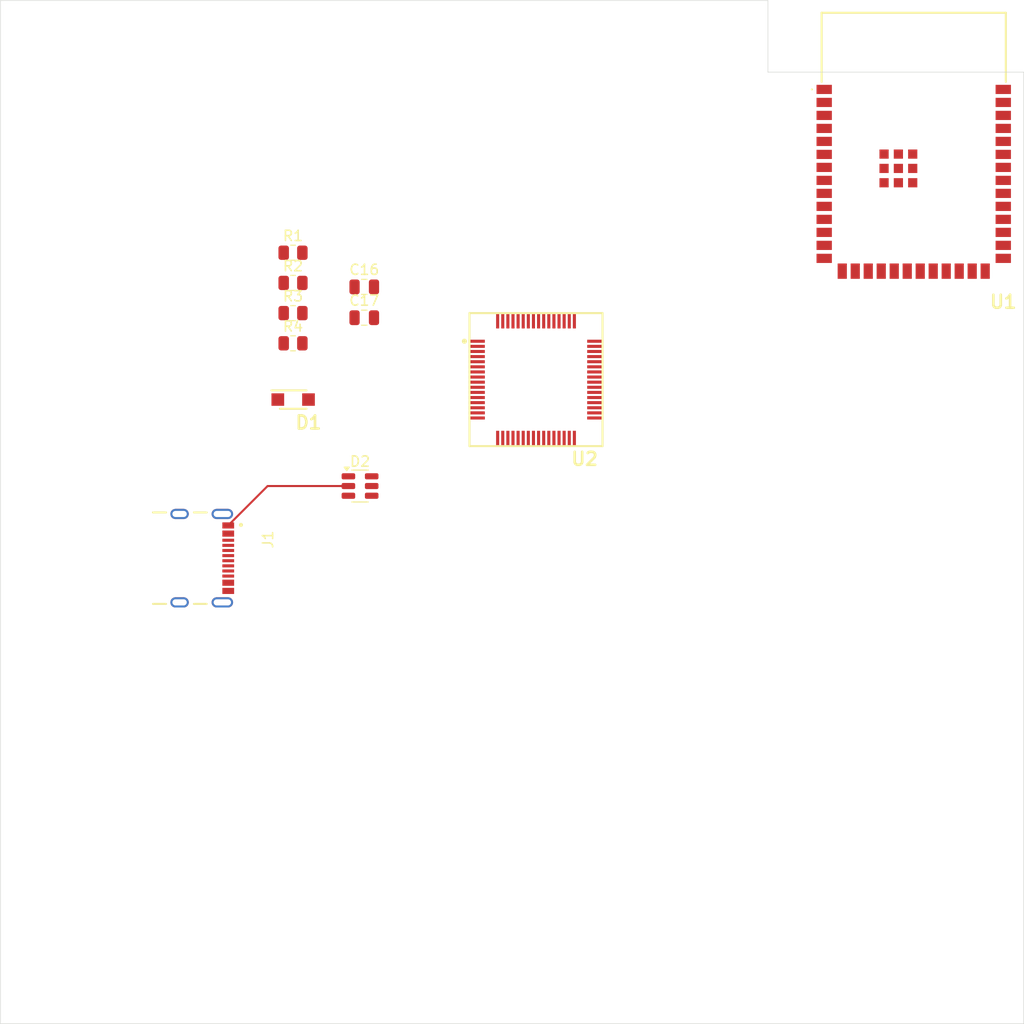
<source format=kicad_pcb>
(kicad_pcb (version 20240108) (generator "pcbnew") (generator_version "8.0")
  (layers (0 "F.Cu" signal) (1 "In1.Cu" signal) (2 "In2.Cu" signal) (31 "B.Cu" signal) (34 "B.Paste" user) (35 "F.Paste" user) (36 "B.SilkS" user "B.Silkscreen") (37 "F.SilkS" user "F.Silkscreen") (38 "B.Mask" user) (39 "F.Mask" user) (44 "Edge.Cuts" user))
  (net 0 "")
  (net 1 "GND")
  (net 21 "/Microcontroller/XTAL_32K_P")
  (net 29 "/Microcontroller/XTAL_32K_N")
  (net 40 "/Input/USB_D+")
  (net 41 "/Input/USB_D-")
  (net 42 "VBUS")
  (net 43 "/Input/USB_CC2")
  (net 45 "/Input/USB_CC1")
  (net 46 "/Input/~{PWRSAV}")
  (net 47 "/Input/UART_~{CTS}")
  (net 48 "/Input/UART_~{RTS}")
  (net 49 "/Input/UART_~{RI}")
  (net 50 "/Input/UART_~{TXLED}")
  (net 53 "/Input/UART_~{DCD}")
  (net 55 "/Input/UART_TXDEN")
  (net 58 "/Input/UART_~{DSR}")
  (net 62 "VCCIO")
  (net 63 "/Input/JTAG_TDI")
  (net 69 "/Input/UART_~{RXLED}")
  (net 70 "/Input/JTAG_TMS")
  (net 71 "VCORE")
  (net 72 "/Input/UART_RXD")
  (net 75 "/Input/JTAG_TCK")
  (net 77 "/Input/UART_TXD")
  (net 80 "/Input/JTAG_TDO")
  (net 83 "/Input/UART_~{DTR}")
  (net 99 "USB_5V")
  (footprint "AA_MCUs:ESP32S3WROOM1N16R2" (layer "F.Cu") (at 151.75 46.45)
    (property "Reference" "U1" (at 8.75 15.5 0) (layer "F.SilkS") (effects (font (size 1.27 1.27) (thickness 0.254))))
    (property "Value" "ESP32-S3-WROOM-1-N16R2" (hide yes))
    (fp_line (start -10 -5.26) (end -10 -5.26) (stroke (width 0.1)) (layer "F.SilkS"))
    (fp_line (start -9.9 -5.26) (end -9.9 -5.26) (stroke (width 0.1)) (layer "F.SilkS"))
    (fp_line (start -9 -12.75) (end 9 -12.75) (stroke (width 0.2)) (layer "F.SilkS"))
    (fp_line (start -9 -6) (end -9 -12.75) (stroke (width 0.2)) (layer "F.SilkS"))
    (fp_line (start 9 -12.75) (end 9 -6) (stroke (width 0.2)) (layer "F.SilkS"))
    (fp_arc (start -10 -5.26) (mid -9.95 -5.31) (end -9.9 -5.26) (stroke (width 0.1)) (layer "F.SilkS"))
    (fp_arc (start -9.9 -5.26) (mid -9.95 -5.21) (end -10 -5.26) (stroke (width 0.1)) (layer "F.SilkS"))
    (pad "1" smd rect (at -8.75 -5.26 90) (size 0.9 1.5) (layers "F.Cu" "F.Paste" "F.Mask") (net 1 "GND"))
    (pad "2" smd rect (at -8.75 -3.99 90) (size 0.9 1.5) (layers "F.Cu" "F.Paste" "F.Mask"))
    (pad "3" smd rect (at -8.75 -2.72 90) (size 0.9 1.5) (layers "F.Cu" "F.Paste" "F.Mask"))
    (pad "4" smd rect (at -8.75 -1.45 90) (size 0.9 1.5) (layers "F.Cu" "F.Paste" "F.Mask"))
    (pad "5" smd rect (at -8.75 -0.18 90) (size 0.9 1.5) (layers "F.Cu" "F.Paste" "F.Mask"))
    (pad "6" smd rect (at -8.75 1.09 90) (size 0.9 1.5) (layers "F.Cu" "F.Paste" "F.Mask"))
    (pad "7" smd rect (at -8.75 2.36 90) (size 0.9 1.5) (layers "F.Cu" "F.Paste" "F.Mask"))
    (pad "8" smd rect (at -8.75 3.63 90) (size 0.9 1.5) (layers "F.Cu" "F.Paste" "F.Mask") (net 21 "/Microcontroller/XTAL_32K_P"))
    (pad "9" smd rect (at -8.75 4.9 90) (size 0.9 1.5) (layers "F.Cu" "F.Paste" "F.Mask") (net 29 "/Microcontroller/XTAL_32K_N"))
    (pad "10" smd rect (at -8.75 6.17 90) (size 0.9 1.5) (layers "F.Cu" "F.Paste" "F.Mask"))
    (pad "11" smd rect (at -8.75 7.44 90) (size 0.9 1.5) (layers "F.Cu" "F.Paste" "F.Mask"))
    (pad "12" smd rect (at -8.75 8.71 90) (size 0.9 1.5) (layers "F.Cu" "F.Paste" "F.Mask"))
    (pad "13" smd rect (at -8.75 9.98 90) (size 0.9 1.5) (layers "F.Cu" "F.Paste" "F.Mask"))
    (pad "14" smd rect (at -8.75 11.25 90) (size 0.9 1.5) (layers "F.Cu" "F.Paste" "F.Mask"))
    (pad "15" smd rect (at -6.985 12.5) (size 0.9 1.5) (layers "F.Cu" "F.Paste" "F.Mask"))
    (pad "16" smd rect (at -5.715 12.5) (size 0.9 1.5) (layers "F.Cu" "F.Paste" "F.Mask"))
    (pad "17" smd rect (at -4.445 12.5) (size 0.9 1.5) (layers "F.Cu" "F.Paste" "F.Mask"))
    (pad "18" smd rect (at -3.175 12.5) (size 0.9 1.5) (layers "F.Cu" "F.Paste" "F.Mask"))
    (pad "19" smd rect (at -1.905 12.5) (size 0.9 1.5) (layers "F.Cu" "F.Paste" "F.Mask"))
    (pad "20" smd rect (at -0.635 12.5) (size 0.9 1.5) (layers "F.Cu" "F.Paste" "F.Mask"))
    (pad "21" smd rect (at 0.635 12.5) (size 0.9 1.5) (layers "F.Cu" "F.Paste" "F.Mask"))
    (pad "22" smd rect (at 1.905 12.5) (size 0.9 1.5) (layers "F.Cu" "F.Paste" "F.Mask"))
    (pad "23" smd rect (at 3.175 12.5) (size 0.9 1.5) (layers "F.Cu" "F.Paste" "F.Mask"))
    (pad "24" smd rect (at 4.445 12.5) (size 0.9 1.5) (layers "F.Cu" "F.Paste" "F.Mask"))
    (pad "25" smd rect (at 5.715 12.5) (size 0.9 1.5) (layers "F.Cu" "F.Paste" "F.Mask"))
    (pad "26" smd rect (at 6.985 12.5) (size 0.9 1.5) (layers "F.Cu" "F.Paste" "F.Mask"))
    (pad "27" smd rect (at 8.75 11.25 90) (size 0.9 1.5) (layers "F.Cu" "F.Paste" "F.Mask"))
    (pad "28" smd rect (at 8.75 9.98 90) (size 0.9 1.5) (layers "F.Cu" "F.Paste" "F.Mask"))
    (pad "29" smd rect (at 8.75 8.71 90) (size 0.9 1.5) (layers "F.Cu" "F.Paste" "F.Mask"))
    (pad "30" smd rect (at 8.75 7.44 90) (size 0.9 1.5) (layers "F.Cu" "F.Paste" "F.Mask"))
    (pad "31" smd rect (at 8.75 6.17 90) (size 0.9 1.5) (layers "F.Cu" "F.Paste" "F.Mask"))
    (pad "32" smd rect (at 8.75 4.9 90) (size 0.9 1.5) (layers "F.Cu" "F.Paste" "F.Mask"))
    (pad "33" smd rect (at 8.75 3.63 90) (size 0.9 1.5) (layers "F.Cu" "F.Paste" "F.Mask"))
    (pad "34" smd rect (at 8.75 2.36 90) (size 0.9 1.5) (layers "F.Cu" "F.Paste" "F.Mask"))
    (pad "35" smd rect (at 8.75 1.09 90) (size 0.9 1.5) (layers "F.Cu" "F.Paste" "F.Mask"))
    (pad "36" smd rect (at 8.75 -0.18 90) (size 0.9 1.5) (layers "F.Cu" "F.Paste" "F.Mask"))
    (pad "37" smd rect (at 8.75 -1.45 90) (size 0.9 1.5) (layers "F.Cu" "F.Paste" "F.Mask"))
    (pad "38" smd rect (at 8.75 -2.72 90) (size 0.9 1.5) (layers "F.Cu" "F.Paste" "F.Mask"))
    (pad "39" smd rect (at 8.75 -3.99 90) (size 0.9 1.5) (layers "F.Cu" "F.Paste" "F.Mask"))
    (pad "40" smd rect (at 8.75 -5.26 90) (size 0.9 1.5) (layers "F.Cu" "F.Paste" "F.Mask") (net 1 "GND"))
    (pad "41" smd rect (at -1.5 2.46) (size 0.9 0.9) (layers "F.Cu" "F.Paste" "F.Mask") (net 1 "GND"))
    (pad "42" smd rect (at -2.9 1.06) (size 0.9 0.9) (layers "F.Cu" "F.Paste" "F.Mask"))
    (pad "43" smd rect (at -2.9 2.46) (size 0.9 0.9) (layers "F.Cu" "F.Paste" "F.Mask"))
    (pad "44" smd rect (at -2.9 3.86) (size 0.9 0.9) (layers "F.Cu" "F.Paste" "F.Mask"))
    (pad "45" smd rect (at -1.5 3.86) (size 0.9 0.9) (layers "F.Cu" "F.Paste" "F.Mask"))
    (pad "46" smd rect (at -0.1 3.86) (size 0.9 0.9) (layers "F.Cu" "F.Paste" "F.Mask"))
    (pad "47" smd rect (at -0.1 2.46) (size 0.9 0.9) (layers "F.Cu" "F.Paste" "F.Mask"))
    (pad "48" smd rect (at -0.1 1.06) (size 0.9 0.9) (layers "F.Cu" "F.Paste" "F.Mask"))
    (pad "49" smd rect (at -1.5 1.06) (size 0.9 0.9) (layers "F.Cu" "F.Paste" "F.Mask"))
  )
  (footprint "Resistor_SMD:R_0805_2012Metric" (layer "F.Cu") (at 91.0875 57.15)
    (property "Reference" "R1" (at 0 -1.65 0) (layer "F.SilkS"))
    (property "Value" "5.1k")
    (fp_line (start -0.227064 -0.735) (end 0.227064 -0.735) (stroke (width 0.12)) (layer "F.SilkS"))
    (fp_line (start -0.227064 0.735) (end 0.227064 0.735) (stroke (width 0.12)) (layer "F.SilkS"))
    (pad "1" smd roundrect (at -0.9125 0) (size 1.025 1.4) (layers "F.Cu" "F.Paste" "F.Mask") (roundrect_rratio 0.243902) (net 1 "GND"))
    (pad "2" smd roundrect (at 0.9125 0) (size 1.025 1.4) (layers "F.Cu" "F.Paste" "F.Mask") (roundrect_rratio 0.243902) (net 43 "/Input/USB_CC2"))
  )
  (footprint "Resistor_SMD:R_0805_2012Metric" (layer "F.Cu") (at 91.0875 60.1)
    (property "Reference" "R2" (at 0 -1.65 0) (layer "F.SilkS"))
    (property "Value" "5.1k")
    (fp_line (start -0.227064 -0.735) (end 0.227064 -0.735) (stroke (width 0.12)) (layer "F.SilkS"))
    (fp_line (start -0.227064 0.735) (end 0.227064 0.735) (stroke (width 0.12)) (layer "F.SilkS"))
    (pad "1" smd roundrect (at -0.9125 0) (size 1.025 1.4) (layers "F.Cu" "F.Paste" "F.Mask") (roundrect_rratio 0.243902) (net 1 "GND"))
    (pad "2" smd roundrect (at 0.9125 0) (size 1.025 1.4) (layers "F.Cu" "F.Paste" "F.Mask") (roundrect_rratio 0.243902) (net 45 "/Input/USB_CC1"))
  )
  (footprint "Package_TO_SOT_SMD:SOT-23-6" (layer "F.Cu") (at 97.6375 79.95)
    (property "Reference" "D2" (at 0 -2.4 0) (layer "F.SilkS"))
    (property "Value" "ESDA6V1BC6")
    (fp_line (start 0 -1.56) (end -0.8 -1.56) (stroke (width 0.12)) (layer "F.SilkS"))
    (fp_line (start 0 -1.56) (end 0.8 -1.56) (stroke (width 0.12)) (layer "F.SilkS"))
    (fp_line (start 0 1.56) (end -0.8 1.56) (stroke (width 0.12)) (layer "F.SilkS"))
    (fp_line (start 0 1.56) (end 0.8 1.56) (stroke (width 0.12)) (layer "F.SilkS"))
    (fp_poly (pts (xy -1.3 -1.51) (xy -1.54 -1.84) (xy -1.06 -1.84) (xy -1.3 -1.51)) (stroke (width 0.12)) (fill solid) (layer "F.SilkS"))
    (pad "1" smd roundrect (at -1.1375 -0.95) (size 1.325 0.6) (layers "F.Cu" "F.Paste" "F.Mask") (net 40 "/Input/USB_D+"))
    (pad "2" smd roundrect (at -1.1375 0) (size 1.325 0.6) (layers "F.Cu" "F.Paste" "F.Mask") (net 1 "GND"))
    (pad "3" smd roundrect (at -1.1375 0.95) (size 1.325 0.6) (layers "F.Cu" "F.Paste" "F.Mask") (net 41 "/Input/USB_D-"))
    (pad "4" smd roundrect (at 1.1375 0.95) (size 1.325 0.6) (layers "F.Cu" "F.Paste" "F.Mask") (net 42 "VBUS"))
    (pad "5" smd roundrect (at 1.1375 0) (size 1.325 0.6) (layers "F.Cu" "F.Paste" "F.Mask") (net 1 "GND"))
    (pad "6" smd roundrect (at 1.1375 -0.95) (size 1.325 0.6) (layers "F.Cu" "F.Paste" "F.Mask"))
  )
  (footprint "Capacitor_SMD:C_0805_2012Metric" (layer "F.Cu") (at 98.05 60.49)
    (property "Reference" "C16" (at 0 -1.68 0) (layer "F.SilkS"))
    (property "Value" "8p")
    (fp_line (start -0.261252 -0.735) (end 0.261252 -0.735) (stroke (width 0.12)) (layer "F.SilkS"))
    (fp_line (start -0.261252 0.735) (end 0.261252 0.735) (stroke (width 0.12)) (layer "F.SilkS"))
    (pad "1" smd roundrect (at -0.95 0) (size 1 1.45) (layers "F.Cu" "F.Paste" "F.Mask") (net 21 "/Microcontroller/XTAL_32K_P"))
    (pad "2" smd roundrect (at 0.95 0) (size 1 1.45) (layers "F.Cu" "F.Paste" "F.Mask") (net 1 "GND"))
  )
  (footprint "AA_USB_Interface:QFP50P1200X1200X160-64N" (layer "F.Cu") (at 114.835 69.55)
    (property "Reference" "U2" (at 4.75 7.75 0) (layer "F.SilkS") (effects (font (size 1.27 1.27) (thickness 0.254))))
    (property "Value" "FT2232HL" (hide yes))
    (fp_line (start -6.5 -6.5) (end 6.5 -6.5) (stroke (width 0.2)) (layer "F.SilkS"))
    (fp_line (start -6.5 6.5) (end -6.5 -6.5) (stroke (width 0.2)) (layer "F.SilkS"))
    (fp_line (start 6.5 -6.5) (end 6.5 6.5) (stroke (width 0.2)) (layer "F.SilkS"))
    (fp_line (start 6.5 6.5) (end -6.5 6.5) (stroke (width 0.2)) (layer "F.SilkS"))
    (fp_circle (center -7 -3.75) (end -7 -3.625) (stroke (width 0.25)) (fill none) (layer "F.SilkS"))
    (pad "1" smd rect (at -5.738 -3.75 90) (size 0.3 1.475) (layers "F.Cu" "F.Paste" "F.Mask") (net 1 "GND"))
    (pad "2" smd rect (at -5.738 -3.25 90) (size 0.3 1.475) (layers "F.Cu" "F.Paste" "F.Mask"))
    (pad "3" smd rect (at -5.738 -2.75 90) (size 0.3 1.475) (layers "F.Cu" "F.Paste" "F.Mask"))
    (pad "4" smd rect (at -5.738 -2.25 90) (size 0.3 1.475) (layers "F.Cu" "F.Paste" "F.Mask"))
    (pad "5" smd rect (at -5.738 -1.75 90) (size 0.3 1.475) (layers "F.Cu" "F.Paste" "F.Mask") (net 1 "GND"))
    (pad "6" smd rect (at -5.738 -1.25 90) (size 0.3 1.475) (layers "F.Cu" "F.Paste" "F.Mask"))
    (pad "7" smd rect (at -5.738 -0.75 90) (size 0.3 1.475) (layers "F.Cu" "F.Paste" "F.Mask"))
    (pad "8" smd rect (at -5.738 -0.25 90) (size 0.3 1.475) (layers "F.Cu" "F.Paste" "F.Mask"))
    (pad "9" smd rect (at -5.738 0.25 90) (size 0.3 1.475) (layers "F.Cu" "F.Paste" "F.Mask"))
    (pad "10" smd rect (at -5.738 0.75 90) (size 0.3 1.475) (layers "F.Cu" "F.Paste" "F.Mask"))
    (pad "11" smd rect (at -5.738 1.25 90) (size 0.3 1.475) (layers "F.Cu" "F.Paste" "F.Mask") (net 1 "GND"))
    (pad "12" smd rect (at -5.738 1.75 90) (size 0.3 1.475) (layers "F.Cu" "F.Paste" "F.Mask") (net 71 "VCORE"))
    (pad "13" smd rect (at -5.738 2.25 90) (size 0.3 1.475) (layers "F.Cu" "F.Paste" "F.Mask"))
    (pad "14" smd rect (at -5.738 2.75 90) (size 0.3 1.475) (layers "F.Cu" "F.Paste" "F.Mask"))
    (pad "15" smd rect (at -5.738 3.25 90) (size 0.3 1.475) (layers "F.Cu" "F.Paste" "F.Mask") (net 1 "GND"))
    (pad "16" smd rect (at -5.738 3.75 90) (size 0.3 1.475) (layers "F.Cu" "F.Paste" "F.Mask") (net 75 "/Input/JTAG_TCK"))
    (pad "17" smd rect (at -3.75 5.738) (size 0.3 1.475) (layers "F.Cu" "F.Paste" "F.Mask") (net 63 "/Input/JTAG_TDI"))
    (pad "18" smd rect (at -3.25 5.738) (size 0.3 1.475) (layers "F.Cu" "F.Paste" "F.Mask") (net 80 "/Input/JTAG_TDO"))
    (pad "19" smd rect (at -2.75 5.738) (size 0.3 1.475) (layers "F.Cu" "F.Paste" "F.Mask") (net 70 "/Input/JTAG_TMS"))
    (pad "20" smd rect (at -2.25 5.738) (size 0.3 1.475) (layers "F.Cu" "F.Paste" "F.Mask") (net 62 "VCCIO"))
    (pad "21" smd rect (at -1.75 5.738) (size 0.3 1.475) (layers "F.Cu" "F.Paste" "F.Mask"))
    (pad "22" smd rect (at -1.25 5.738) (size 0.3 1.475) (layers "F.Cu" "F.Paste" "F.Mask"))
    (pad "23" smd rect (at -0.75 5.738) (size 0.3 1.475) (layers "F.Cu" "F.Paste" "F.Mask"))
    (pad "24" smd rect (at -0.25 5.738) (size 0.3 1.475) (layers "F.Cu" "F.Paste" "F.Mask"))
    (pad "25" smd rect (at 0.25 5.738) (size 0.3 1.475) (layers "F.Cu" "F.Paste" "F.Mask") (net 1 "GND"))
    (pad "26" smd rect (at 0.75 5.738) (size 0.3 1.475) (layers "F.Cu" "F.Paste" "F.Mask"))
    (pad "27" smd rect (at 1.25 5.738) (size 0.3 1.475) (layers "F.Cu" "F.Paste" "F.Mask"))
    (pad "28" smd rect (at 1.75 5.738) (size 0.3 1.475) (layers "F.Cu" "F.Paste" "F.Mask"))
    (pad "29" smd rect (at 2.25 5.738) (size 0.3 1.475) (layers "F.Cu" "F.Paste" "F.Mask"))
    (pad "30" smd rect (at 2.75 5.738) (size 0.3 1.475) (layers "F.Cu" "F.Paste" "F.Mask"))
    (pad "31" smd rect (at 3.25 5.738) (size 0.3 1.475) (layers "F.Cu" "F.Paste" "F.Mask") (net 62 "VCCIO"))
    (pad "32" smd rect (at 3.75 5.738) (size 0.3 1.475) (layers "F.Cu" "F.Paste" "F.Mask"))
    (pad "33" smd rect (at 5.738 3.75 90) (size 0.3 1.475) (layers "F.Cu" "F.Paste" "F.Mask"))
    (pad "34" smd rect (at 5.738 3.25 90) (size 0.3 1.475) (layers "F.Cu" "F.Paste" "F.Mask"))
    (pad "35" smd rect (at 5.738 2.75 90) (size 0.3 1.475) (layers "F.Cu" "F.Paste" "F.Mask") (net 1 "GND"))
    (pad "36" smd rect (at 5.738 2.25 90) (size 0.3 1.475) (layers "F.Cu" "F.Paste" "F.Mask"))
    (pad "37" smd rect (at 5.738 1.75 90) (size 0.3 1.475) (layers "F.Cu" "F.Paste" "F.Mask") (net 71 "VCORE"))
    (pad "38" smd rect (at 5.738 1.25 90) (size 0.3 1.475) (layers "F.Cu" "F.Paste" "F.Mask") (net 77 "/Input/UART_TXD"))
    (pad "39" smd rect (at 5.738 0.75 90) (size 0.3 1.475) (layers "F.Cu" "F.Paste" "F.Mask") (net 72 "/Input/UART_RXD"))
    (pad "40" smd rect (at 5.738 0.25 90) (size 0.3 1.475) (layers "F.Cu" "F.Paste" "F.Mask") (net 48 "/Input/UART_~{RTS}"))
    (pad "41" smd rect (at 5.738 -0.25 90) (size 0.3 1.475) (layers "F.Cu" "F.Paste" "F.Mask") (net 47 "/Input/UART_~{CTS}"))
    (pad "42" smd rect (at 5.738 -0.75 90) (size 0.3 1.475) (layers "F.Cu" "F.Paste" "F.Mask") (net 62 "VCCIO"))
    (pad "43" smd rect (at 5.738 -1.25 90) (size 0.3 1.475) (layers "F.Cu" "F.Paste" "F.Mask") (net 83 "/Input/UART_~{DTR}"))
    (pad "44" smd rect (at 5.738 -1.75 90) (size 0.3 1.475) (layers "F.Cu" "F.Paste" "F.Mask") (net 58 "/Input/UART_~{DSR}"))
    (pad "45" smd rect (at 5.738 -2.25 90) (size 0.3 1.475) (layers "F.Cu" "F.Paste" "F.Mask") (net 53 "/Input/UART_~{DCD}"))
    (pad "46" smd rect (at 5.738 -2.75 90) (size 0.3 1.475) (layers "F.Cu" "F.Paste" "F.Mask") (net 49 "/Input/UART_~{RI}"))
    (pad "47" smd rect (at 5.738 -3.25 90) (size 0.3 1.475) (layers "F.Cu" "F.Paste" "F.Mask") (net 1 "GND"))
    (pad "48" smd rect (at 5.738 -3.75 90) (size 0.3 1.475) (layers "F.Cu" "F.Paste" "F.Mask") (net 55 "/Input/UART_TXDEN"))
    (pad "49" smd rect (at 3.75 -5.738) (size 0.3 1.475) (layers "F.Cu" "F.Paste" "F.Mask"))
    (pad "50" smd rect (at 3.25 -5.738) (size 0.3 1.475) (layers "F.Cu" "F.Paste" "F.Mask"))
    (pad "51" smd rect (at 2.75 -5.738) (size 0.3 1.475) (layers "F.Cu" "F.Paste" "F.Mask") (net 1 "GND"))
    (pad "52" smd rect (at 2.25 -5.738) (size 0.3 1.475) (layers "F.Cu" "F.Paste" "F.Mask"))
    (pad "53" smd rect (at 1.75 -5.738) (size 0.3 1.475) (layers "F.Cu" "F.Paste" "F.Mask"))
    (pad "54" smd rect (at 1.25 -5.738) (size 0.3 1.475) (layers "F.Cu" "F.Paste" "F.Mask") (net 69 "/Input/UART_~{RXLED}"))
    (pad "55" smd rect (at 0.75 -5.738) (size 0.3 1.475) (layers "F.Cu" "F.Paste" "F.Mask") (net 50 "/Input/UART_~{TXLED}"))
    (pad "56" smd rect (at 0.25 -5.738) (size 0.3 1.475) (layers "F.Cu" "F.Paste" "F.Mask") (net 62 "VCCIO"))
    (pad "57" smd rect (at -0.25 -5.738) (size 0.3 1.475) (layers "F.Cu" "F.Paste" "F.Mask"))
    (pad "58" smd rect (at -0.75 -5.738) (size 0.3 1.475) (layers "F.Cu" "F.Paste" "F.Mask"))
    (pad "59" smd rect (at -1.25 -5.738) (size 0.3 1.475) (layers "F.Cu" "F.Paste" "F.Mask") (net 46 "/Input/~{PWRSAV}"))
    (pad "60" smd rect (at -1.75 -5.738) (size 0.3 1.475) (layers "F.Cu" "F.Paste" "F.Mask"))
    (pad "61" smd rect (at -2.25 -5.738) (size 0.3 1.475) (layers "F.Cu" "F.Paste" "F.Mask"))
    (pad "62" smd rect (at -2.75 -5.738) (size 0.3 1.475) (layers "F.Cu" "F.Paste" "F.Mask"))
    (pad "63" smd rect (at -3.25 -5.738) (size 0.3 1.475) (layers "F.Cu" "F.Paste" "F.Mask"))
    (pad "64" smd rect (at -3.75 -5.738) (size 0.3 1.475) (layers "F.Cu" "F.Paste" "F.Mask") (net 71 "VCORE"))
  )
  (footprint "AA_Connectors:GCT_USB4105-GF-A" (layer "F.Cu") (at 80 87 -90)
    (property "Reference" "J1" (at -1.825 -8.635 90) (layer "F.SilkS"))
    (property "Value" "USB4105-GF-A")
    (fp_line (start 4.47 2.6) (end 4.47 1.32) (stroke (width 0.2)) (layer "F.SilkS"))
    (fp_line (start -4.47 1.32) (end -4.47 2.6) (stroke (width 0.2)) (layer "F.SilkS"))
    (fp_line (start -4.47 -2.65) (end -4.47 -1.4) (stroke (width 0.2)) (layer "F.SilkS"))
    (fp_line (start 4.47 -2.65) (end 4.47 -1.4) (stroke (width 0.2)) (layer "F.SilkS"))
    (fp_circle (center -3.25 -6) (end -3.15 -6) (stroke (width 0.2)) (fill none) (layer "F.SilkS"))
    (pad "" np_thru_hole circle (at -2.89 -3.68 270) (size 0.65 0.65) (drill 0.65) (layers "*.Cu" "*.Mask"))
    (pad "" np_thru_hole circle (at 2.89 -3.68 270) (size 0.65 0.65) (drill 0.65) (layers "*.Cu" "*.Mask"))
    (pad "A1_B12" smd rect (at -3.2 -4.755 270) (size 0.6 1.15) (layers "F.Cu" "F.Paste") (net 1 "GND"))
    (pad "A4_B9" smd rect (at -2.4 -4.755 270) (size 0.6 1.15) (layers "F.Cu" "F.Paste") (net 42 "VBUS"))
    (pad "A5" smd rect (at -1.25 -4.755 270) (size 0.3 1.15) (layers "F.Cu" "F.Paste") (net 45 "/Input/USB_CC1"))
    (pad "A6" smd rect (at -0.25 -4.755 270) (size 0.3 1.15) (layers "F.Cu" "F.Paste") (net 40 "/Input/USB_D+"))
    (pad "A7" smd rect (at 0.25 -4.755 270) (size 0.3 1.15) (layers "F.Cu" "F.Paste") (net 41 "/Input/USB_D-"))
    (pad "A8" smd rect (at 1.25 -4.755 270) (size 0.3 1.15) (layers "F.Cu" "F.Paste"))
    (pad "B1_A12" smd rect (at 3.2 -4.755 270) (size 0.6 1.15) (layers "F.Cu" "F.Paste") (net 1 "GND"))
    (pad "B4_A9" smd rect (at 2.4 -4.755 270) (size 0.6 1.15) (layers "F.Cu" "F.Paste") (net 42 "VBUS"))
    (pad "B5" smd rect (at 1.75 -4.755 270) (size 0.3 1.15) (layers "F.Cu" "F.Paste") (net 43 "/Input/USB_CC2"))
    (pad "B6" smd rect (at 0.75 -4.755 270) (size 0.3 1.15) (layers "F.Cu" "F.Paste") (net 40 "/Input/USB_D+"))
    (pad "B7" smd rect (at -0.75 -4.755 270) (size 0.3 1.15) (layers "F.Cu" "F.Paste") (net 41 "/Input/USB_D-"))
    (pad "B8" smd rect (at -1.75 -4.755 270) (size 0.3 1.15) (layers "F.Cu" "F.Paste"))
    (pad "SH1" thru_hole oval (at -4.32 -4.18 270) (size 1 2.1) (drill oval 0.6 1.7) (layers "*.Cu" "*.Mask") (net 1 "GND"))
    (pad "SH2" thru_hole oval (at 4.32 -4.18 270) (size 1 2.1) (drill oval 0.6 1.7) (layers "*.Cu" "*.Mask") (net 1 "GND"))
    (pad "SH3" thru_hole oval (at -4.32 0 270) (size 1 1.8) (drill oval 0.6 1.4) (layers "*.Cu" "*.Mask") (net 1 "GND"))
    (pad "SH4" thru_hole oval (at 4.32 0 270) (size 1 1.8) (drill oval 0.6 1.4) (layers "*.Cu" "*.Mask") (net 1 "GND"))
  )
  (footprint "Resistor_SMD:R_0805_2012Metric" (layer "F.Cu") (at 91.0875 66)
    (property "Reference" "R4" (at 0 -1.65 0) (layer "F.SilkS"))
    (property "Value" "10k")
    (fp_line (start -0.227064 -0.735) (end 0.227064 -0.735) (stroke (width 0.12)) (layer "F.SilkS"))
    (fp_line (start -0.227064 0.735) (end 0.227064 0.735) (stroke (width 0.12)) (layer "F.SilkS"))
    (pad "1" smd roundrect (at -0.9125 0) (size 1.025 1.4) (layers "F.Cu" "F.Paste" "F.Mask") (roundrect_rratio 0.243902) (net 1 "GND"))
    (pad "2" smd roundrect (at 0.9125 0) (size 1.025 1.4) (layers "F.Cu" "F.Paste" "F.Mask") (roundrect_rratio 0.243902) (net 46 "/Input/~{PWRSAV}"))
  )
  (footprint "Capacitor_SMD:C_0805_2012Metric" (layer "F.Cu") (at 98.05 63.5)
    (property "Reference" "C17" (at 0 -1.68 0) (layer "F.SilkS"))
    (property "Value" "8p")
    (fp_line (start -0.261252 -0.735) (end 0.261252 -0.735) (stroke (width 0.12)) (layer "F.SilkS"))
    (fp_line (start -0.261252 0.735) (end 0.261252 0.735) (stroke (width 0.12)) (layer "F.SilkS"))
    (pad "1" smd roundrect (at -0.95 0) (size 1 1.45) (layers "F.Cu" "F.Paste" "F.Mask") (net 29 "/Microcontroller/XTAL_32K_N"))
    (pad "2" smd roundrect (at 0.95 0) (size 1 1.45) (layers "F.Cu" "F.Paste" "F.Mask") (net 1 "GND"))
  )
  (footprint "AA_Diodes:SOD-123FL" (layer "F.Cu") (at 91.1 71.5)
    (property "Reference" "D1" (at 1.5 2.25 0) (layer "F.SilkS") (effects (font (size 1.27 1.27) (thickness 0.254))))
    (property "Value" "DSS14U" (hide yes))
    (fp_line (start -2.12 -0.9) (end 1.3 -0.9) (stroke (width 0.2)) (layer "F.SilkS"))
    (fp_line (start -1.3 0.9) (end 1.3 0.9) (stroke (width 0.2)) (layer "F.SilkS"))
    (pad "1" smd rect (at -1.5 0 90) (size 1.22 1.24) (layers "F.Cu" "F.Paste" "F.Mask") (net 99 "USB_5V"))
    (pad "2" smd rect (at 1.5 0 90) (size 1.22 1.24) (layers "F.Cu" "F.Paste" "F.Mask") (net 42 "VBUS"))
  )
  (footprint "Resistor_SMD:R_0805_2012Metric" (layer "F.Cu") (at 91.0875 63.05)
    (property "Reference" "R3" (at 0 -1.65 0) (layer "F.SilkS"))
    (property "Value" "4.7k")
    (fp_line (start -0.227064 -0.735) (end 0.227064 -0.735) (stroke (width 0.12)) (layer "F.SilkS"))
    (fp_line (start -0.227064 0.735) (end 0.227064 0.735) (stroke (width 0.12)) (layer "F.SilkS"))
    (pad "1" smd roundrect (at -0.9125 0) (size 1.025 1.4) (layers "F.Cu" "F.Paste" "F.Mask") (roundrect_rratio 0.243902) (net 46 "/Input/~{PWRSAV}"))
    (pad "2" smd roundrect (at 0.9125 0) (size 1.025 1.4) (layers "F.Cu" "F.Paste" "F.Mask") (roundrect_rratio 0.243902) (net 42 "VBUS"))
  )
  (gr_line (start 137.5 32.5) (end 62.5 32.5) (stroke (width 0.05)) (layer "Edge.Cuts"))
  (gr_line (start 162.5 132.5) (end 162.5 39.5) (stroke (width 0.05)) (layer "Edge.Cuts"))
  (gr_line (start 62.5 32.5) (end 62.5 132.5) (stroke (width 0.05)) (layer "Edge.Cuts"))
  (gr_line (start 62.5 132.5) (end 162.5 132.5) (stroke (width 0.05)) (layer "Edge.Cuts"))
  (gr_line (start 137.5 39.5) (end 137.5 32.5) (stroke (width 0.05)) (layer "Edge.Cuts"))
  (gr_line (start 162.5 39.5) (end 137.5 39.5) (stroke (width 0.05)) (layer "Edge.Cuts"))
  (segment (start 84.755 83.8) (end 88.605 79.95) (width 0.2) (layer "F.Cu") (net 1))
  (segment (start 88.605 79.95) (end 96.5 79.95) (width 0.2) (layer "F.Cu") (net 1))
)
</source>
